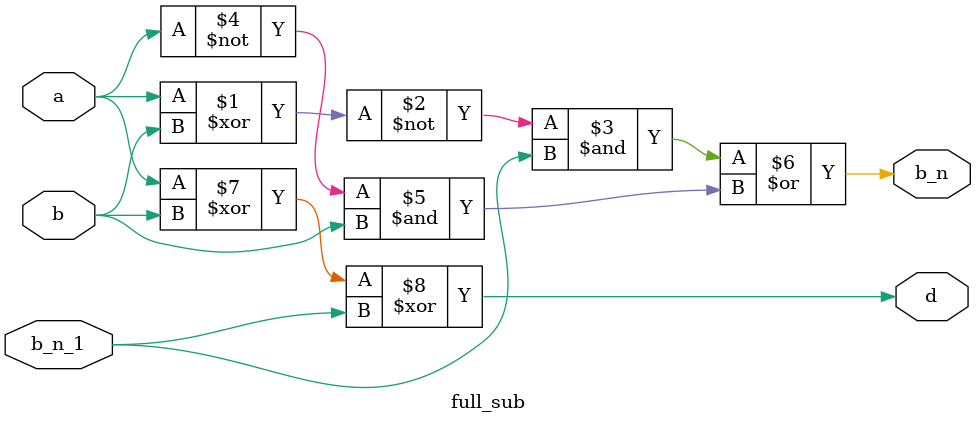
<source format=v>
`timescale 1ns / 1ps

module full_sub(a,b,b_n_1,b_n,d);
    input a,b,b_n_1;
    output b_n, d;
    assign b_n = (~(a^b) & b_n_1) | (~a & b);
    assign d = (a^b)^b_n_1;
endmodule

</source>
